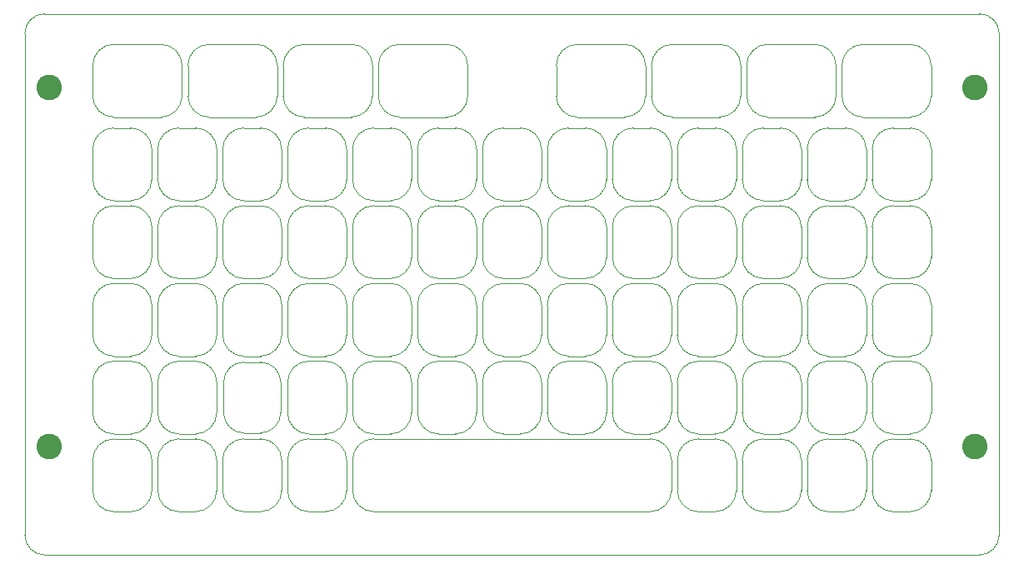
<source format=gts>
G04*
G04 #@! TF.GenerationSoftware,Altium Limited,Altium Designer,24.6.1 (21)*
G04*
G04 Layer_Color=8388736*
%FSLAX25Y25*%
%MOIN*%
G70*
G04*
G04 #@! TF.SameCoordinates,2EFCF5D3-F3DF-4BA1-BCA7-63EA5DCA57C7*
G04*
G04*
G04 #@! TF.FilePolarity,Negative*
G04*
G01*
G75*
%ADD10C,0.00394*%
%ADD11C,0.10236*%
D10*
X40138Y-116732D02*
G03*
X48602Y-125197I8465J-0D01*
G01*
X40138Y-147835D02*
G03*
X48602Y-156299I8465J-0D01*
G01*
X66122Y-116732D02*
G03*
X74587Y-125197I8465J-0D01*
G01*
X55295D02*
G03*
X63760Y-116732I-0J8465D01*
G01*
X48602Y-127165D02*
G03*
X40138Y-135630I0J-8465D01*
G01*
X66122Y-147835D02*
G03*
X74587Y-156299I8465J-0D01*
G01*
Y-127165D02*
G03*
X66122Y-135630I0J-8465D01*
G01*
X63760D02*
G03*
X55295Y-127165I-8465J0D01*
G01*
Y-156299D02*
G03*
X63760Y-147835I-0J8465D01*
G01*
X48602Y-96063D02*
G03*
X40138Y-104528I0J-8465D01*
G01*
Y-85630D02*
G03*
X48602Y-94095I8465J0D01*
G01*
X55295D02*
G03*
X63760Y-85630I0J8465D01*
G01*
X74587Y-96063D02*
G03*
X66122Y-104528I0J-8465D01*
G01*
X63760D02*
G03*
X55295Y-96063I-8465J0D01*
G01*
X66122Y-85630D02*
G03*
X74587Y-94095I8465J0D01*
G01*
X89744Y-135630D02*
G03*
X81279Y-127165I-8465J0D01*
G01*
X81279Y-94095D02*
G03*
X89744Y-85630I0J8465D01*
G01*
X81279Y-125197D02*
G03*
X89744Y-116732I-0J8465D01*
G01*
X81279Y-156299D02*
G03*
X89744Y-147835I-0J8465D01*
G01*
Y-104528D02*
G03*
X81279Y-96063I-8465J0D01*
G01*
X89744Y-42323D02*
G03*
X81279Y-33858I-8465J0D01*
G01*
X63760Y-42323D02*
G03*
X55295Y-33858I-8465J0D01*
G01*
X48602D02*
G03*
X40138Y-42323I0J-8465D01*
G01*
X37776Y-42323D02*
G03*
X29311Y-33858I-8465J0D01*
G01*
X74587D02*
G03*
X66122Y-42323I0J-8465D01*
G01*
X37776Y-73425D02*
G03*
X29311Y-64961I-8465J-0D01*
G01*
X89744Y-73425D02*
G03*
X81279Y-64961I-8465J0D01*
G01*
X40138Y-54528D02*
G03*
X48602Y-62992I8465J0D01*
G01*
X55295D02*
G03*
X63760Y-54528I0J8465D01*
G01*
X48602Y-64961D02*
G03*
X40138Y-73425I0J-8465D01*
G01*
X29311Y-62992D02*
G03*
X37776Y-54528I0J8465D01*
G01*
X63760Y-73425D02*
G03*
X55295Y-64961I-8465J0D01*
G01*
X74587D02*
G03*
X66122Y-73425I0J-8465D01*
G01*
Y-54528D02*
G03*
X74587Y-62992I8465J0D01*
G01*
X81279D02*
G03*
X89744Y-54528I0J8465D01*
G01*
X29311Y-125197D02*
G03*
X37776Y-116732I0J8465D01*
G01*
Y-104528D02*
G03*
X29311Y-96063I-8465J0D01*
G01*
Y-156299D02*
G03*
X37776Y-147835I0J8465D01*
G01*
X29311Y-94095D02*
G03*
X37776Y-85630I0J8465D01*
G01*
Y-135630D02*
G03*
X29311Y-127165I-8465J0D01*
G01*
X14153Y-147835D02*
G03*
X22618Y-156299I8465J0D01*
G01*
Y-127165D02*
G03*
X14153Y-135630I0J-8465D01*
G01*
X22618Y-96063D02*
G03*
X14153Y-104528I0J-8465D01*
G01*
Y-85630D02*
G03*
X22618Y-94095I8465J0D01*
G01*
X14153Y-116732D02*
G03*
X22618Y-125197I8465J0D01*
G01*
Y-33858D02*
G03*
X14153Y-42323I0J-8465D01*
G01*
Y-54528D02*
G03*
X22618Y-62992I8465J0D01*
G01*
Y-64961D02*
G03*
X14153Y-73425I-0J-8465D01*
G01*
X-37815Y-85630D02*
G03*
X-29350Y-94095I8465J0D01*
G01*
Y-96063D02*
G03*
X-37815Y-104528I0J-8465D01*
G01*
Y-116732D02*
G03*
X-29350Y-125197I8465J0D01*
G01*
X-159272Y-64961D02*
G03*
X-167736Y-73425I-0J-8465D01*
G01*
Y-54528D02*
G03*
X-159272Y-62992I8465J0D01*
G01*
X-167736Y-85630D02*
G03*
X-159272Y-94095I8465J0D01*
G01*
X-152579Y-94095D02*
G03*
X-144114Y-85630I0J8465D01*
G01*
X-89784Y-116732D02*
G03*
X-81319Y-125197I8465J-0D01*
G01*
X-89784Y-85630D02*
G03*
X-81319Y-94095I8465J0D01*
G01*
X-81319Y-96063D02*
G03*
X-89784Y-104528I0J-8465D01*
G01*
X-92146D02*
G03*
X-100610Y-96063I-8465J0D01*
G01*
Y-125197D02*
G03*
X-92146Y-116732I0J8465D01*
G01*
X-100610Y-94095D02*
G03*
X-92146Y-85630I0J8465D01*
G01*
X-11831Y-54528D02*
G03*
X-3366Y-62992I8465J0D01*
G01*
Y-64961D02*
G03*
X-11831Y-73425I-0J-8465D01*
G01*
X-3366Y-96063D02*
G03*
X-11831Y-104528I0J-8465D01*
G01*
Y-116732D02*
G03*
X-3366Y-125197I8465J0D01*
G01*
X-11831Y-85630D02*
G03*
X-3366Y-94095I8465J0D01*
G01*
X-22658Y-125197D02*
G03*
X-14193Y-116732I0J8465D01*
G01*
X-22658Y-94095D02*
G03*
X-14193Y-85630I0J8465D01*
G01*
Y-104528D02*
G03*
X-22658Y-96063I-8465J0D01*
G01*
X-144114Y-104528D02*
G03*
X-152579Y-96063I-8465J0D01*
G01*
X-167736Y-116732D02*
G03*
X-159272Y-125197I8465J0D01*
G01*
Y-96063D02*
G03*
X-167736Y-104528I0J-8465D01*
G01*
X-152579Y-125197D02*
G03*
X-144114Y-116732I0J8465D01*
G01*
X-100610Y-62992D02*
G03*
X-92146Y-54528I0J8465D01*
G01*
X-81319Y-64961D02*
G03*
X-89784Y-73425I0J-8465D01*
G01*
X-92146Y-73425D02*
G03*
X-100610Y-64961I-8465J-0D01*
G01*
X-89784Y-54528D02*
G03*
X-81319Y-62992I8465J0D01*
G01*
X-141752Y-116732D02*
G03*
X-133287Y-125197I8465J0D01*
G01*
X-115768Y-85630D02*
G03*
X-107303Y-94095I8465J0D01*
G01*
X-126594D02*
G03*
X-118130Y-85630I0J8465D01*
G01*
X-141752Y-85630D02*
G03*
X-133287Y-94095I8465J0D01*
G01*
X-107303Y-96063D02*
G03*
X-115768Y-104528I0J-8465D01*
G01*
X-133287Y-96063D02*
G03*
X-141752Y-104528I0J-8465D01*
G01*
X-126594Y-125197D02*
G03*
X-118130Y-116732I0J8465D01*
G01*
Y-104528D02*
G03*
X-126594Y-96063I-8465J0D01*
G01*
X-115768Y-116732D02*
G03*
X-107303Y-125197I8465J0D01*
G01*
X-126594Y-62992D02*
G03*
X-118130Y-54528I0J8465D01*
G01*
Y-73425D02*
G03*
X-126594Y-64961I-8465J-0D01*
G01*
X-133287D02*
G03*
X-141752Y-73425I-0J-8465D01*
G01*
X-144114D02*
G03*
X-152579Y-64961I-8465J-0D01*
G01*
Y-62992D02*
G03*
X-144114Y-54528I0J8465D01*
G01*
X-107303Y-64961D02*
G03*
X-115768Y-73425I-0J-8465D01*
G01*
X-141752Y-54528D02*
G03*
X-133287Y-62992I8465J0D01*
G01*
X-115768Y-54528D02*
G03*
X-107303Y-62992I8465J0D01*
G01*
X-48642Y-62992D02*
G03*
X-40177Y-54528I0J8465D01*
G01*
Y-73425D02*
G03*
X-48642Y-64961I-8465J0D01*
G01*
X-37815Y-54528D02*
G03*
X-29350Y-62992I8465J0D01*
G01*
X-14193Y-73425D02*
G03*
X-22658Y-64961I-8465J-0D01*
G01*
Y-62992D02*
G03*
X-14193Y-54528I0J8465D01*
G01*
X-29350Y-64961D02*
G03*
X-37815Y-73425I-0J-8465D01*
G01*
X-63799Y-116732D02*
G03*
X-55335Y-125197I8465J-0D01*
G01*
X-74626D02*
G03*
X-66161Y-116732I-0J8465D01*
G01*
X-40177Y-104528D02*
G03*
X-48642Y-96063I-8465J0D01*
G01*
X-55335D02*
G03*
X-63799Y-104528I0J-8465D01*
G01*
X-66161Y-104528D02*
G03*
X-74626Y-96063I-8465J0D01*
G01*
X-48642Y-94095D02*
G03*
X-40177Y-85630I0J8465D01*
G01*
X-48642Y-125197D02*
G03*
X-40177Y-116732I-0J8465D01*
G01*
X-55335Y-64961D02*
G03*
X-63799Y-73425I0J-8465D01*
G01*
X-74626Y-94095D02*
G03*
X-66161Y-85630I0J8465D01*
G01*
X-74626Y-62992D02*
G03*
X-66161Y-54528I0J8465D01*
G01*
Y-73425D02*
G03*
X-74626Y-64961I-8465J0D01*
G01*
X-63799Y-85630D02*
G03*
X-55335Y-94095I8465J0D01*
G01*
X-63799Y-54528D02*
G03*
X-55335Y-62992I8465J0D01*
G01*
X3327Y-94095D02*
G03*
X11791Y-85630I0J8465D01*
G01*
X3327Y-62992D02*
G03*
X11791Y-54528I0J8465D01*
G01*
Y-73425D02*
G03*
X3327Y-64961I-8465J-0D01*
G01*
X3327Y-125197D02*
G03*
X11791Y-116732I0J8465D01*
G01*
Y-104528D02*
G03*
X3327Y-96063I-8465J0D01*
G01*
X-92146Y-166732D02*
G03*
X-100610Y-158268I-8465J0D01*
G01*
X-55335D02*
G03*
X-63799Y-166732I0J-8465D01*
G01*
X-107303Y-158268D02*
G03*
X-115768Y-166732I0J-8465D01*
G01*
X-66161Y-166732D02*
G03*
X-74626Y-158268I-8465J0D01*
G01*
X-81319Y-158268D02*
G03*
X-89784Y-166732I0J-8465D01*
G01*
X-66161Y-135630D02*
G03*
X-74626Y-127165I-8465J0D01*
G01*
X-40177Y-135630D02*
G03*
X-48642Y-127165I-8465J0D01*
G01*
X-55335D02*
G03*
X-63799Y-135630I0J-8465D01*
G01*
X-115374Y-147835D02*
G03*
X-107303Y-155905I8071J0D01*
G01*
Y-127559D02*
G03*
X-115374Y-135630I0J-8071D01*
G01*
X-89784Y-147835D02*
G03*
X-81319Y-156299I8465J-0D01*
G01*
X-100610Y-155905D02*
G03*
X-92539Y-147835I0J8071D01*
G01*
X-81319Y-127165D02*
G03*
X-89784Y-135630I0J-8465D01*
G01*
X-92539D02*
G03*
X-100610Y-127559I-8071J0D01*
G01*
X-118130Y-166732D02*
G03*
X-126594Y-158268I-8465J0D01*
G01*
X-133287D02*
G03*
X-141752Y-166732I0J-8465D01*
G01*
X-118130Y-135630D02*
G03*
X-126594Y-127165I-8465J0D01*
G01*
X-141752Y-147835D02*
G03*
X-133287Y-156299I8465J0D01*
G01*
Y-127165D02*
G03*
X-141752Y-135630I0J-8465D01*
G01*
X-126594Y-156299D02*
G03*
X-118130Y-147835I0J8465D01*
G01*
X-14193Y-135630D02*
G03*
X-22658Y-127165I-8465J0D01*
G01*
X-29350D02*
G03*
X-37815Y-135630I0J-8465D01*
G01*
X-3366Y-127165D02*
G03*
X-11831Y-135630I0J-8465D01*
G01*
X11791D02*
G03*
X3327Y-127165I-8465J0D01*
G01*
Y-156299D02*
G03*
X11791Y-147835I0J8465D01*
G01*
X-11831D02*
G03*
X-3366Y-156299I8465J0D01*
G01*
X-22658D02*
G03*
X-14193Y-147835I0J8465D01*
G01*
X-63799Y-147835D02*
G03*
X-55335Y-156299I8465J-0D01*
G01*
X-37815Y-147835D02*
G03*
X-29350Y-156299I8465J0D01*
G01*
X-48642D02*
G03*
X-40177Y-147835I-0J8465D01*
G01*
X-74626Y-156299D02*
G03*
X-66161Y-147835I-0J8465D01*
G01*
X141713Y-166732D02*
G03*
X133248Y-158268I-8465J0D01*
G01*
X126555D02*
G03*
X118091Y-166732I0J-8465D01*
G01*
X159232Y-156299D02*
G03*
X167697Y-147835I0J8465D01*
G01*
Y-135630D02*
G03*
X159232Y-127165I-8465J0D01*
G01*
Y-125197D02*
G03*
X167697Y-116732I0J8465D01*
G01*
X152539Y-158268D02*
G03*
X144075Y-166732I0J-8465D01*
G01*
X167697D02*
G03*
X159232Y-158268I-8465J0D01*
G01*
X74587D02*
G03*
X66122Y-166732I0J-8465D01*
G01*
X63760D02*
G03*
X55295Y-158268I-8465J0D01*
G01*
X115728Y-166732D02*
G03*
X107264Y-158268I-8465J0D01*
G01*
X100571D02*
G03*
X92106Y-166732I0J-8465D01*
G01*
X89744D02*
G03*
X81279Y-158268I-8465J0D01*
G01*
X55295Y-187402D02*
G03*
X63760Y-178937I-0J8465D01*
G01*
X159232Y-187402D02*
G03*
X167697Y-178937I0J8465D01*
G01*
X144075D02*
G03*
X152539Y-187402I8465J0D01*
G01*
X66122Y-178937D02*
G03*
X74587Y-187402I8465J-0D01*
G01*
X-74626D02*
G03*
X-66161Y-178937I-0J8465D01*
G01*
X-63799Y-178937D02*
G03*
X-55335Y-187402I8465J-0D01*
G01*
X-159272Y-158268D02*
G03*
X-167736Y-166732I0J-8465D01*
G01*
Y-178937D02*
G03*
X-159272Y-187402I8465J0D01*
G01*
X-141752Y-178937D02*
G03*
X-133287Y-187402I8465J0D01*
G01*
X-152579D02*
G03*
X-144114Y-178937I0J8465D01*
G01*
X-126594Y-187402D02*
G03*
X-118130Y-178937I0J8465D01*
G01*
X-144114Y-166732D02*
G03*
X-152579Y-158268I-8465J0D01*
G01*
X81279Y-187402D02*
G03*
X89744Y-178937I-0J8465D01*
G01*
X92106D02*
G03*
X100571Y-187402I8465J0D01*
G01*
X107264D02*
G03*
X115728Y-178937I0J8465D01*
G01*
X133248Y-187402D02*
G03*
X141713Y-178937I0J8465D01*
G01*
X118091D02*
G03*
X126555Y-187402I8465J0D01*
G01*
X159232Y-62992D02*
G03*
X167697Y-54528I0J8465D01*
G01*
Y-104528D02*
G03*
X159232Y-96063I-8465J0D01*
G01*
X159232Y-94095D02*
G03*
X167697Y-85630I0J8465D01*
G01*
Y-73425D02*
G03*
X159232Y-64961I-8465J-0D01*
G01*
X-159272Y-127165D02*
G03*
X-167736Y-135630I0J-8465D01*
G01*
X-152579Y-156299D02*
G03*
X-144114Y-147835I0J8465D01*
G01*
X-167736D02*
G03*
X-159272Y-156299I8465J0D01*
G01*
X-144114Y-135630D02*
G03*
X-152579Y-127165I-8465J0D01*
G01*
X-100610Y-187402D02*
G03*
X-92146Y-178937I0J8465D01*
G01*
X-89784D02*
G03*
X-81319Y-187402I8465J-0D01*
G01*
X-115768Y-178937D02*
G03*
X-107303Y-187402I8465J0D01*
G01*
X115728Y-135630D02*
G03*
X107264Y-127165I-8465J0D01*
G01*
Y-125197D02*
G03*
X115728Y-116732I0J8465D01*
G01*
X92106Y-147835D02*
G03*
X100571Y-156299I8465J0D01*
G01*
X92106Y-116732D02*
G03*
X100571Y-125197I8465J0D01*
G01*
Y-127165D02*
G03*
X92106Y-135630I0J-8465D01*
G01*
X107264Y-156299D02*
G03*
X115728Y-147835I0J8465D01*
G01*
X107264Y-94095D02*
G03*
X115728Y-85630I0J8465D01*
G01*
X115728Y-104528D02*
G03*
X107264Y-96063I-8465J0D01*
G01*
X100571D02*
G03*
X92106Y-104528I0J-8465D01*
G01*
X92106Y-85630D02*
G03*
X100571Y-94095I8465J0D01*
G01*
X118090Y-85630D02*
G03*
X126555Y-94095I8465J0D01*
G01*
Y-127165D02*
G03*
X118091Y-135630I0J-8465D01*
G01*
Y-147835D02*
G03*
X126555Y-156299I8465J0D01*
G01*
Y-96063D02*
G03*
X118091Y-104528I0J-8465D01*
G01*
Y-116732D02*
G03*
X126555Y-125197I8465J0D01*
G01*
X115728Y-42323D02*
G03*
X107264Y-33858I-8465J0D01*
G01*
X100571D02*
G03*
X92106Y-42323I0J-8465D01*
G01*
X92106Y-54528D02*
G03*
X100571Y-62992I8465J0D01*
G01*
X126555Y-64961D02*
G03*
X118090Y-73425I-0J-8465D01*
G01*
Y-54528D02*
G03*
X126555Y-62992I8465J0D01*
G01*
Y-33858D02*
G03*
X118091Y-42323I0J-8465D01*
G01*
X100571Y-64961D02*
G03*
X92106Y-73425I-0J-8465D01*
G01*
X115728D02*
G03*
X107264Y-64961I-8465J-0D01*
G01*
Y-62992D02*
G03*
X115728Y-54528I0J8465D01*
G01*
X133248Y-94095D02*
G03*
X141713Y-85630I0J8465D01*
G01*
X133248Y-156299D02*
G03*
X141713Y-147835I0J8465D01*
G01*
Y-135630D02*
G03*
X133248Y-127165I-8465J0D01*
G01*
X141713Y-104528D02*
G03*
X133248Y-96063I-8465J0D01*
G01*
Y-125197D02*
G03*
X141713Y-116732I0J8465D01*
G01*
X152539Y-33858D02*
G03*
X144075Y-42323I0J-8465D01*
G01*
X133248Y-62992D02*
G03*
X141713Y-54528I0J8465D01*
G01*
Y-73425D02*
G03*
X133248Y-64961I-8465J-0D01*
G01*
X141713Y-42323D02*
G03*
X133248Y-33858I-8465J0D01*
G01*
X152539Y-64961D02*
G03*
X144075Y-73425I-0J-8465D01*
G01*
Y-54528D02*
G03*
X152539Y-62992I8465J0D01*
G01*
X144075Y-85630D02*
G03*
X152539Y-94095I8465J0D01*
G01*
Y-96063D02*
G03*
X144075Y-104528I0J-8465D01*
G01*
Y-116732D02*
G03*
X152539Y-125197I8465J0D01*
G01*
X144075Y-147835D02*
G03*
X152539Y-156299I8465J0D01*
G01*
Y-127165D02*
G03*
X144075Y-135630I0J-8465D01*
G01*
X-140472Y-29528D02*
G03*
X-132008Y-21063I0J8465D01*
G01*
X-129646D02*
G03*
X-121181Y-29528I8465J0D01*
G01*
X-167736Y-21063D02*
G03*
X-159272Y-29528I8465J0D01*
G01*
X-26217D02*
G03*
X-17736Y-21063I16J8465D01*
G01*
X-53465Y-21063D02*
G03*
X-45000Y-29528I8465J0D01*
G01*
X26177Y-394D02*
G03*
X17697Y-8858I-16J-8465D01*
G01*
Y-21063D02*
G03*
X26162Y-29528I8465J0D01*
G01*
X-83091Y-394D02*
G03*
X-91555Y-8858I-0J-8465D01*
G01*
X-93917D02*
G03*
X-102382Y-394I-8465J-0D01*
G01*
X-55827Y-8858D02*
G03*
X-64291Y-394I-8465J-0D01*
G01*
X-121181D02*
G03*
X-129646Y-8858I-0J-8465D01*
G01*
X-132008D02*
G03*
X-140472Y-394I-8465J-0D01*
G01*
X-45015Y-394D02*
G03*
X-53465Y-8858I15J-8465D01*
G01*
X-159272Y-394D02*
G03*
X-167736Y-8858I-0J-8465D01*
G01*
X-17736Y-8858D02*
G03*
X-26201Y-394I-8465J0D01*
G01*
X-29350Y-33858D02*
G03*
X-37815Y-42323I0J-8465D01*
G01*
X-40177Y-42323D02*
G03*
X-48642Y-33858I-8465J0D01*
G01*
X-3366D02*
G03*
X-11831Y-42323I0J-8465D01*
G01*
X11791D02*
G03*
X3327Y-33858I-8465J0D01*
G01*
X-14193Y-42323D02*
G03*
X-22658Y-33858I-8465J0D01*
G01*
X53425Y-8858D02*
G03*
X44961Y-394I-8465J-0D01*
G01*
X44976Y-29528D02*
G03*
X53425Y-21063I-15J8465D01*
G01*
X55787D02*
G03*
X64252Y-29528I8465J0D01*
G01*
X91516Y-8858D02*
G03*
X83051Y-394I-8465J-0D01*
G01*
X64252D02*
G03*
X55787Y-8858I-0J-8465D01*
G01*
X83051Y-29528D02*
G03*
X91516Y-21063I0J8465D01*
G01*
X-81319Y-33858D02*
G03*
X-89784Y-42323I0J-8465D01*
G01*
X-66161Y-42323D02*
G03*
X-74626Y-33858I-8465J0D01*
G01*
X-55335D02*
G03*
X-63799Y-42323I0J-8465D01*
G01*
X-64291Y-29528D02*
G03*
X-55827Y-21063I0J8465D01*
G01*
X-92146Y-42323D02*
G03*
X-100610Y-33858I-8465J0D01*
G01*
X-102382Y-29528D02*
G03*
X-93917Y-21063I0J8465D01*
G01*
X-91555D02*
G03*
X-83091Y-29528I8465J0D01*
G01*
X121142D02*
G03*
X129606Y-21063I0J8465D01*
G01*
X93878D02*
G03*
X102342Y-29528I8465J0D01*
G01*
X140433Y-394D02*
G03*
X131968Y-8858I-0J-8465D01*
G01*
X131968Y-21063D02*
G03*
X140433Y-29528I8465J0D01*
G01*
X102342Y-394D02*
G03*
X93878Y-8858I-0J-8465D01*
G01*
X129606D02*
G03*
X121142Y-394I-8465J-0D01*
G01*
X159232Y-29528D02*
G03*
X167697Y-21063I0J8465D01*
G01*
X167697Y-8858D02*
G03*
X159232Y-394I-8465J-0D01*
G01*
X167697Y-42323D02*
G03*
X159232Y-33858I-8465J0D01*
G01*
X-107303D02*
G03*
X-115768Y-42323I0J-8465D01*
G01*
X-133287Y-33858D02*
G03*
X-141752Y-42323I0J-8465D01*
G01*
X-144114D02*
G03*
X-152579Y-33858I-8465J0D01*
G01*
X-159272D02*
G03*
X-167736Y-42323I0J-8465D01*
G01*
X-118130D02*
G03*
X-126594Y-33858I-8465J0D01*
G01*
X-194883Y-196850D02*
G03*
X-187008Y-204725I7875J0D01*
G01*
X187008D02*
G03*
X194883Y-196850I0J7875D01*
G01*
Y3937D02*
G03*
X187008Y11812I-7875J0D01*
G01*
X-187008D02*
G03*
X-194883Y3937I0J-7875D01*
G01*
X40138Y-147835D02*
Y-135630D01*
X74587Y-125197D02*
X81279D01*
X48602D02*
X55295D01*
X74587Y-156299D02*
X81279D01*
X74587Y-127165D02*
X81279D01*
X48602D02*
X55295D01*
X48602Y-156299D02*
X55295D01*
X63760Y-147835D02*
Y-135630D01*
X66122Y-147835D02*
Y-135630D01*
X40138Y-116732D02*
Y-104528D01*
X48602Y-96063D02*
X55295D01*
X40138Y-85630D02*
Y-73425D01*
X37776Y-85630D02*
Y-73425D01*
X48602Y-94095D02*
X55295D01*
X37776Y-116732D02*
Y-104528D01*
X74587Y-94095D02*
X81279D01*
X63760Y-116732D02*
Y-104528D01*
Y-85630D02*
Y-73425D01*
X66122Y-85630D02*
Y-73425D01*
X74587Y-96063D02*
X81279D01*
X66122Y-116732D02*
Y-104528D01*
X92106Y-147835D02*
Y-135630D01*
X89744Y-116732D02*
Y-104528D01*
Y-147835D02*
Y-135630D01*
Y-85630D02*
Y-73425D01*
X92106Y-85630D02*
Y-73425D01*
Y-116732D02*
Y-104528D01*
X40138Y-54528D02*
Y-42323D01*
X66122Y-54528D02*
Y-42323D01*
X89744Y-54528D02*
Y-42323D01*
X37776Y-54528D02*
Y-42323D01*
X63760Y-54528D02*
Y-42323D01*
X48602Y-33858D02*
X55295D01*
X22618D02*
X29311D01*
X74587D02*
X81279D01*
X22618Y-62992D02*
X29311D01*
X48602Y-64961D02*
X55295D01*
X74587Y-62992D02*
X81279D01*
X48602D02*
X55295D01*
X74587Y-64961D02*
X81279D01*
X22618D02*
X29311D01*
X22618Y-125197D02*
X29311D01*
X22618Y-94095D02*
X29311D01*
X22618Y-127165D02*
X29311D01*
X22618Y-96063D02*
X29311D01*
X22618Y-156299D02*
X29311D01*
X37776Y-147835D02*
Y-135630D01*
X14153Y-54528D02*
Y-42323D01*
Y-116732D02*
Y-104528D01*
Y-147835D02*
Y-135630D01*
Y-85630D02*
Y-73425D01*
X-37815Y-85630D02*
Y-73425D01*
X-40177Y-85630D02*
Y-73425D01*
X-29350Y-94095D02*
X-22658D01*
X-29350Y-96063D02*
X-22658D01*
X-37815Y-116732D02*
Y-104528D01*
X-29350Y-125197D02*
X-22658D01*
X-40177Y-116732D02*
Y-104528D01*
X-159272Y-64961D02*
X-152579D01*
X-159272Y-94095D02*
X-152579D01*
X-159272Y-62992D02*
X-152579D01*
X-167736Y-85630D02*
Y-73425D01*
X-107303Y-94095D02*
X-100610D01*
X-92146Y-116732D02*
Y-104528D01*
X-107303Y-96063D02*
X-100610D01*
X-89784Y-116732D02*
Y-104528D01*
X-107303Y-125197D02*
X-100610D01*
X-11831Y-116732D02*
Y-104528D01*
Y-85630D02*
Y-73425D01*
X-14193Y-85630D02*
Y-73425D01*
Y-116732D02*
Y-104528D01*
X-159272Y-96063D02*
X-152579D01*
X-167736Y-116732D02*
Y-104528D01*
X-159272Y-125197D02*
X-152579D01*
X-144114Y-116732D02*
Y-104528D01*
X-107303Y-64961D02*
X-100610D01*
X-92146Y-85630D02*
Y-73425D01*
X-89784Y-85630D02*
Y-73425D01*
X-107303Y-62992D02*
X-100610D01*
X-133287Y-96063D02*
X-126594D01*
X-133287Y-125197D02*
X-126594D01*
X-141752Y-116732D02*
Y-104528D01*
X-118130Y-116732D02*
Y-104528D01*
X-115768Y-116732D02*
Y-104528D01*
X-133287Y-94095D02*
X-126594D01*
X-115768Y-85630D02*
Y-73425D01*
X-133287Y-62992D02*
X-126594D01*
X-118130Y-85630D02*
Y-73425D01*
X-144114Y-85630D02*
Y-73425D01*
X-133287Y-64961D02*
X-126594D01*
X-141752Y-85630D02*
Y-73425D01*
X-55335Y-62992D02*
X-48642D01*
X-29350D02*
X-22658D01*
X-29350Y-64961D02*
X-22658D01*
X-55335D02*
X-48642D01*
X-63799Y-116732D02*
Y-104528D01*
X-81319Y-96063D02*
X-74626D01*
X-55335D02*
X-48642D01*
X-55335Y-94095D02*
X-48642D01*
X-81319Y-125197D02*
X-74626D01*
X-55335D02*
X-48642D01*
X-66161Y-116732D02*
Y-104528D01*
X-81319Y-62992D02*
X-74626D01*
X-81319Y-64961D02*
X-74626D01*
X-81319Y-94095D02*
X-74626D01*
X-63799Y-85630D02*
Y-73425D01*
X-66161Y-85630D02*
Y-73425D01*
X-3366Y-125197D02*
X3327D01*
X11791Y-116732D02*
Y-104528D01*
X-3366Y-96063D02*
X3327D01*
X-3366Y-94095D02*
X3327D01*
X-3366Y-62992D02*
X3327D01*
X-3366Y-64961D02*
X3327D01*
X11791Y-85630D02*
Y-73425D01*
X-81319Y-156299D02*
X-74626D01*
X-81319Y-158268D02*
X-74626D01*
X-89784Y-178937D02*
Y-166732D01*
X-107303Y-158268D02*
X-100610D01*
X-63799Y-178937D02*
Y-166732D01*
X-92146Y-178937D02*
Y-166732D01*
X-115768Y-178937D02*
Y-166732D01*
X-66161Y-178937D02*
Y-166732D01*
X-81319Y-127165D02*
X-74626D01*
X-40177Y-147835D02*
Y-135630D01*
X-63799Y-147835D02*
Y-135630D01*
X-66161Y-147835D02*
Y-135630D01*
X-55335Y-127165D02*
X-48642D01*
X-115374Y-147835D02*
Y-135630D01*
X-107303Y-127559D02*
X-100610D01*
X-107303Y-155905D02*
X-100610D01*
X-89784Y-147835D02*
Y-135630D01*
X-92539Y-147835D02*
Y-135630D01*
X-133287Y-158268D02*
X-126594D01*
X-133287Y-127165D02*
X-126594D01*
X-141752Y-178937D02*
Y-166732D01*
X-118130Y-178937D02*
Y-166732D01*
X-141752Y-147835D02*
Y-135630D01*
X-144114Y-178937D02*
Y-166732D01*
X-118130Y-147835D02*
Y-135630D01*
X-144114Y-147835D02*
Y-135630D01*
X-133287Y-156299D02*
X-126594D01*
X-37815Y-147835D02*
Y-135630D01*
X-29350Y-127165D02*
X-22658D01*
X-3366D02*
X3327D01*
X11791Y-147835D02*
Y-135630D01*
X-11831Y-147835D02*
Y-135630D01*
X-14193Y-147835D02*
Y-135630D01*
X-55335Y-158268D02*
X55295D01*
X-3366Y-156299D02*
X3327D01*
X-29350D02*
X-22658D01*
X-55335D02*
X-48642D01*
X141713Y-178937D02*
Y-166732D01*
X118091Y-178937D02*
Y-166732D01*
X167697Y-147835D02*
Y-135630D01*
X144075Y-178937D02*
Y-166732D01*
X152539Y-158268D02*
X159232D01*
X126555D02*
X133248D01*
X167697Y-178937D02*
Y-166732D01*
X74587Y-158268D02*
X81279D01*
X100571D02*
X107264D01*
X66122Y-178937D02*
Y-166732D01*
X89744Y-178937D02*
Y-166732D01*
X92106Y-178937D02*
Y-166732D01*
X63760Y-178937D02*
Y-166732D01*
X115728Y-178937D02*
Y-166732D01*
X74587Y-187402D02*
X81279D01*
X167697Y-116732D02*
Y-104528D01*
X152539Y-187402D02*
X159232D01*
X-55335D02*
X55295D01*
X-81319D02*
X-74626D01*
X-133287D02*
X-126594D01*
X-159272Y-158268D02*
X-152579D01*
X-167736Y-178937D02*
Y-166732D01*
X-159272Y-187402D02*
X-152579D01*
X100571D02*
X107264D01*
X126555D02*
X133248D01*
X167697Y-85630D02*
Y-73425D01*
X-159272Y-156299D02*
X-152579D01*
X-159272Y-127165D02*
X-152579D01*
X-167736Y-147835D02*
Y-135630D01*
X-107303Y-187402D02*
X-100610D01*
X100571Y-127165D02*
X107264D01*
X100571Y-125197D02*
X107264D01*
X100571Y-156299D02*
X107264D01*
X126555Y-96063D02*
X133248D01*
X126555Y-94095D02*
X133248D01*
X126555Y-125197D02*
X133248D01*
X126555Y-127165D02*
X133248D01*
X126555Y-156299D02*
X133248D01*
X100571Y-96063D02*
X107264D01*
X100571Y-94095D02*
X107264D01*
X118091Y-85630D02*
Y-73425D01*
X115728Y-116732D02*
Y-104528D01*
X118091Y-147835D02*
Y-135630D01*
Y-116732D02*
Y-104528D01*
X115728Y-147835D02*
Y-135630D01*
Y-85630D02*
Y-73425D01*
X100571Y-64961D02*
X107264D01*
X118091Y-54528D02*
Y-42323D01*
X100571Y-33858D02*
X107264D01*
X115728Y-54528D02*
Y-42323D01*
X100571Y-62992D02*
X107264D01*
X92106Y-54528D02*
Y-42323D01*
X141713Y-116732D02*
Y-104528D01*
Y-85630D02*
Y-73425D01*
X144075Y-116732D02*
Y-104528D01*
Y-85630D02*
Y-73425D01*
Y-147835D02*
Y-135630D01*
X141713Y-147835D02*
Y-135630D01*
X126555Y-33858D02*
X133248D01*
X126555Y-62992D02*
X133248D01*
X152539D02*
X159232D01*
X126555Y-64961D02*
X133248D01*
X141713Y-54528D02*
Y-42323D01*
X152539Y-33858D02*
X159232D01*
X144075Y-54528D02*
Y-42323D01*
X152539Y-64961D02*
X159232D01*
X152539Y-156299D02*
X159232D01*
X152539Y-125197D02*
X159232D01*
X152539Y-96063D02*
X159232D01*
X152539Y-127165D02*
X159232D01*
X152539Y-94095D02*
X159232D01*
X-132008Y-21063D02*
Y-8858D01*
X-167736Y-21063D02*
Y-8858D01*
X-129646Y-21063D02*
Y-8858D01*
X-89784Y-54528D02*
Y-42323D01*
X-167736Y-54528D02*
Y-42323D01*
X-144114Y-54528D02*
Y-42323D01*
X-141752Y-54528D02*
Y-42323D01*
X-115768Y-54528D02*
Y-42323D01*
X-92146Y-54528D02*
Y-42323D01*
X-63799Y-54528D02*
Y-42323D01*
X-66161Y-54528D02*
Y-42323D01*
X-118130Y-54528D02*
Y-42323D01*
X-53465Y-21063D02*
Y-8858D01*
X-17736Y-21063D02*
Y-8858D01*
X-45000Y-29528D02*
X-26217D01*
X26162D02*
X44976Y-29528D01*
X26177Y-394D02*
X44961D01*
X17697Y-21063D02*
Y-8858D01*
X-83091Y-394D02*
X-64291D01*
X-45015Y-394D02*
X-26201Y-394D01*
X-121181D02*
X-102382D01*
X-159272D02*
X-140472D01*
X-55335Y-33858D02*
X-48642D01*
X-37815Y-54528D02*
Y-42323D01*
X-40177Y-54528D02*
Y-42323D01*
X-29350Y-33858D02*
X-22658D01*
X11791Y-54528D02*
Y-42323D01*
X-3366Y-33858D02*
X3327D01*
X-14193Y-54528D02*
Y-42323D01*
X-11831Y-54528D02*
Y-42323D01*
X64252Y-29528D02*
X83051D01*
X64252Y-394D02*
X83051D01*
X55787Y-21063D02*
Y-8858D01*
X91516Y-21063D02*
Y-8858D01*
X53425Y-21063D02*
Y-8858D01*
X-55827Y-21063D02*
Y-8858D01*
X-93917Y-21063D02*
Y-8858D01*
X-83091Y-29528D02*
X-64291D01*
X-91555Y-21063D02*
Y-8858D01*
X-81319Y-33858D02*
X-74626D01*
X102342Y-29528D02*
X121142D01*
X102342Y-394D02*
X121142D01*
X129606Y-21063D02*
Y-8858D01*
X93878Y-21063D02*
Y-8858D01*
X131968Y-21063D02*
Y-8858D01*
X167697Y-54528D02*
Y-42323D01*
X140433Y-394D02*
X159232D01*
X167697Y-21063D02*
Y-8858D01*
X140433Y-29528D02*
X159232D01*
X-107303Y-33858D02*
X-100610D01*
X-159272D02*
X-152579D01*
X-121181Y-29528D02*
X-102382D01*
X-159272D02*
X-140472D01*
X-133287Y-33858D02*
X-126594D01*
X-194882Y-196850D02*
X-194882Y3938D01*
X-187009Y-204724D02*
X187009D01*
X194882Y-196850D02*
X194882Y3937D01*
X-187009Y11811D02*
X187008D01*
D11*
X185039Y-161417D02*
D03*
Y-17717D02*
D03*
X-185039Y-161417D02*
D03*
Y-17717D02*
D03*
M02*

</source>
